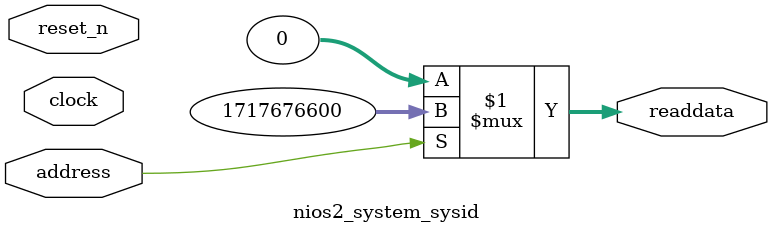
<source format=v>



// synthesis translate_off
`timescale 1ns / 1ps
// synthesis translate_on

// turn off superfluous verilog processor warnings 
// altera message_level Level1 
// altera message_off 10034 10035 10036 10037 10230 10240 10030 

module nios2_system_sysid (
               // inputs:
                address,
                clock,
                reset_n,

               // outputs:
                readdata
             )
;

  output  [ 31: 0] readdata;
  input            address;
  input            clock;
  input            reset_n;

  wire    [ 31: 0] readdata;
  //control_slave, which is an e_avalon_slave
  assign readdata = address ? 1717676600 : 0;

endmodule



</source>
